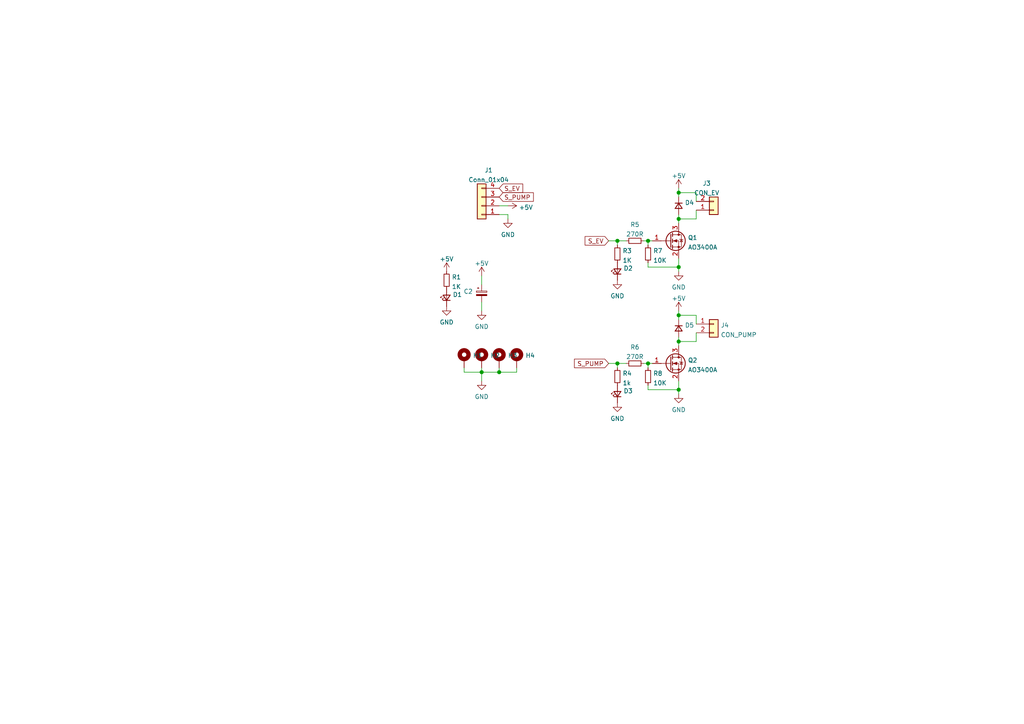
<source format=kicad_sch>
(kicad_sch (version 20231120) (generator "eeschema") (generator_version "8.0")
  (paper "A4")
  (lib_symbols
    (symbol "Connector_Generic:Conn_01x02" (pin_names (offset 1.016) hide)
      (property "Reference" "J" (at 0 2.54 0))
      (property "Value" "Conn_01x02" (at 0 -5.08 0))
      (symbol "Conn_01x02_1_1"
        (rectangle (start -1.27 -2.413) (end 0 -2.667) (stroke (width 0.1524)))
        (rectangle (start -1.27 0.127) (end 0 -0.127) (stroke (width 0.1524)))
        (rectangle (start -1.27 1.27) (end 1.27 -3.81) (stroke (width 0.254)) (fill (type background)))
        (pin passive line (at -5.08 0 0) (length 3.81) (name "Pin_1") (number "1"))
        (pin passive line (at -5.08 -2.54 0) (length 3.81) (name "Pin_2") (number "2"))
      )
    )
    (symbol "Connector_Generic:Conn_01x04" (pin_names (offset 1.016) hide)
      (property "Reference" "J" (at 0 5.08 0))
      (property "Value" "Conn_01x04" (at 0 -7.62 0))
      (symbol "Conn_01x04_1_1"
        (rectangle (start -1.27 -4.953) (end 0 -5.207) (stroke (width 0.1524)))
        (rectangle (start -1.27 -2.413) (end 0 -2.667) (stroke (width 0.1524)))
        (rectangle (start -1.27 0.127) (end 0 -0.127) (stroke (width 0.1524)))
        (rectangle (start -1.27 2.667) (end 0 2.413) (stroke (width 0.1524)))
        (rectangle (start -1.27 3.81) (end 1.27 -6.35) (stroke (width 0.254)) (fill (type background)))
        (pin passive line (at -5.08 2.54 0) (length 3.81) (name "Pin_1") (number "1"))
        (pin passive line (at -5.08 0 0) (length 3.81) (name "Pin_2") (number "2"))
        (pin passive line (at -5.08 -2.54 0) (length 3.81) (name "Pin_3") (number "3"))
        (pin passive line (at -5.08 -5.08 0) (length 3.81) (name "Pin_4") (number "4"))
      )
    )
    (symbol "Device:C_Polarized_Small" (pin_numbers hide) (pin_names (offset 0.254) hide)
      (property "Reference" "C" (at 0.254 1.778 0))
      (property "Value" "C_Polarized_Small" (at 0.254 -2.032 0))
      (symbol "C_Polarized_Small_0_1"
        (rectangle (start -1.524 -0.3048) (end 1.524 -0.6858) (fill (type outline)))
        (rectangle (start -1.524 0.6858) (end 1.524 0.3048))
        (polyline (pts (xy -1.27 1.524) (xy -0.762 1.524)))
        (polyline (pts (xy -1.016 1.27) (xy -1.016 1.778)))
      )
      (symbol "C_Polarized_Small_1_1"
        (pin passive line (at 0 2.54 270) (length 1.8542) (name "~") (number "1"))
        (pin passive line (at 0 -2.54 90) (length 1.8542) (name "~") (number "2"))
      )
    )
    (symbol "Device:D_Small" (pin_numbers hide) (pin_names (offset 0.254) hide)
      (property "Reference" "D" (at -1.27 2.032 0))
      (property "Value" "D_Small" (at -3.81 -2.032 0))
      (symbol "D_Small_0_1"
        (polyline (pts (xy -0.762 -1.016) (xy -0.762 1.016)) (stroke (width 0.254)))
        (polyline (pts (xy -0.762 0) (xy 0.762 0)))
        (polyline (pts (xy 0.762 -1.016) (xy -0.762 0) (xy 0.762 1.016) (xy 0.762 -1.016)) (stroke (width 0.254)))
      )
      (symbol "D_Small_1_1"
        (pin passive line (at -2.54 0 0) (length 1.778) (name "K") (number "1"))
        (pin passive line (at 2.54 0 180) (length 1.778) (name "A") (number "2"))
      )
    )
    (symbol "Device:LED_Small" (pin_numbers hide) (pin_names (offset 0.254) hide)
      (property "Reference" "D" (at -1.27 3.175 0))
      (property "Value" "LED_Small" (at -4.445 -2.54 0))
      (symbol "LED_Small_0_1"
        (polyline (pts (xy -0.762 -1.016) (xy -0.762 1.016)) (stroke (width 0.254)))
        (polyline (pts (xy 1.016 0) (xy -0.762 0)))
        (polyline (pts (xy 0.762 -1.016) (xy -0.762 0) (xy 0.762 1.016) (xy 0.762 -1.016)) (stroke (width 0.254)))
        (polyline (pts (xy 0 0.762) (xy -0.508 1.27) (xy -0.254 1.27) (xy -0.508 1.27) (xy -0.508 1.016)))
        (polyline (pts (xy 0.508 1.27) (xy 0 1.778) (xy 0.254 1.778) (xy 0 1.778) (xy 0 1.524)))
      )
      (symbol "LED_Small_1_1"
        (pin passive line (at -2.54 0 0) (length 1.778) (name "K") (number "1"))
        (pin passive line (at 2.54 0 180) (length 1.778) (name "A") (number "2"))
      )
    )
    (symbol "Device:R_Small" (pin_numbers hide) (pin_names (offset 0.254) hide)
      (property "Reference" "R" (at 0.762 0.508 0))
      (property "Value" "R_Small" (at 0.762 -1.016 0))
      (symbol "R_Small_0_1"
        (rectangle (start -0.762 1.778) (end 0.762 -1.778) (stroke (width 0.2032)))
      )
      (symbol "R_Small_1_1"
        (pin passive line (at 0 2.54 270) (length 0.762) (name "~") (number "1"))
        (pin passive line (at 0 -2.54 90) (length 0.762) (name "~") (number "2"))
      )
    )
    (symbol "Mechanical:MountingHole_Pad" (pin_numbers hide) (pin_names (offset 1.016) hide)
      (property "Reference" "H" (at 0 6.35 0))
      (property "Value" "MountingHole_Pad" (at 0 4.445 0))
      (symbol "MountingHole_Pad_0_1"
        (circle (center 0 1.27) (radius 1.27) (stroke (width 1.27)))
      )
      (symbol "MountingHole_Pad_1_1"
        (pin input line (at 0 -2.54 90) (length 2.54) (name "1") (number "1"))
      )
    )
    (symbol "Transistor_FET:AO3400A" (pin_names hide)
      (property "Reference" "Q" (at 5.08 1.905 0))
      (property "Value" "AO3400A" (at 5.08 0 0))
      (symbol "AO3400A_0_1"
        (polyline (pts (xy 0.254 0) (xy -2.54 0)))
        (polyline (pts (xy 0.254 1.905) (xy 0.254 -1.905)) (stroke (width 0.254)))
        (polyline (pts (xy 0.762 -1.27) (xy 0.762 -2.286)) (stroke (width 0.254)))
        (polyline (pts (xy 0.762 0.508) (xy 0.762 -0.508)) (stroke (width 0.254)))
        (polyline (pts (xy 0.762 2.286) (xy 0.762 1.27)) (stroke (width 0.254)))
        (polyline (pts (xy 2.54 2.54) (xy 2.54 1.778)))
        (polyline (pts (xy 2.54 -2.54) (xy 2.54 0) (xy 0.762 0)))
        (polyline (pts (xy 0.762 -1.778) (xy 3.302 -1.778) (xy 3.302 1.778) (xy 0.762 1.778)))
        (polyline (pts (xy 1.016 0) (xy 2.032 0.381) (xy 2.032 -0.381) (xy 1.016 0)) (fill (type outline)))
        (polyline (pts (xy 2.794 0.508) (xy 2.921 0.381) (xy 3.683 0.381) (xy 3.81 0.254)))
        (polyline (pts (xy 3.302 0.381) (xy 2.921 -0.254) (xy 3.683 -0.254) (xy 3.302 0.381)))
        (circle (center 1.651 0) (radius 2.794) (stroke (width 0.254)))
        (circle (center 2.54 -1.778) (radius 0.254) (fill (type outline)))
        (circle (center 2.54 1.778) (radius 0.254) (fill (type outline)))
      )
      (symbol "AO3400A_1_1"
        (pin input line (at -5.08 0 0) (length 2.54) (name "G") (number "1"))
        (pin passive line (at 2.54 -5.08 90) (length 2.54) (name "S") (number "2"))
        (pin passive line (at 2.54 5.08 270) (length 2.54) (name "D") (number "3"))
      )
    )
    (symbol "power:+5V" (power) (pin_names (offset 0))
      (property "Value" "+5V" (at 0 3.556 0))
      (symbol "+5V_0_1"
        (polyline (pts (xy -0.762 1.27) (xy 0 2.54)))
        (polyline (pts (xy 0 0) (xy 0 2.54)))
        (polyline (pts (xy 0 2.54) (xy 0.762 1.27)))
      )
      (symbol "+5V_1_1"
        (pin power_in line (at 0 0 90) (length 0) hide (name "+5V") (number "1"))
      )
    )
    (symbol "power:GND" (power) (pin_names (offset 0))
      (property "Value" "GND" (at 0 -3.81 0))
      (symbol "GND_0_1"
        (polyline (pts (xy 0 0) (xy 0 -1.27) (xy 1.27 -1.27) (xy 0 -2.54) (xy -1.27 -1.27) (xy 0 -1.27)))
      )
      (symbol "GND_1_1"
        (pin power_in line (at 0 0 270) (length 0) hide (name "GND") (number "1"))
      )
    )
  )
  (junction (at 139.7 107.95) (diameter 1.016))
  (junction (at 196.85 113.03) (diameter 1.016))
  (junction (at 187.96 69.85) (diameter 1.016))
  (junction (at 196.85 99.06) (diameter 1.016))
  (junction (at 187.96 105.41) (diameter 1.016))
  (junction (at 196.85 77.47) (diameter 1.016))
  (junction (at 196.85 55.88) (diameter 1.016))
  (junction (at 144.78 107.95) (diameter 1.016))
  (junction (at 179.07 105.41) (diameter 1.016))
  (junction (at 196.85 63.5) (diameter 1.016))
  (junction (at 196.85 91.44) (diameter 1.016))
  (junction (at 179.07 69.85) (diameter 1.016))
  (wire (pts (xy 201.93 91.44) (xy 196.85 91.44)))
  (wire (pts (xy 201.93 93.98) (xy 201.93 91.44)))
  (wire (pts (xy 179.07 69.85) (xy 179.07 71.12)))
  (wire (pts (xy 187.96 105.41) (xy 187.96 106.68)))
  (wire (pts (xy 134.62 106.68) (xy 134.62 107.95)))
  (wire (pts (xy 134.62 107.95) (xy 139.7 107.95)))
  (wire (pts (xy 201.93 55.88) (xy 196.85 55.88)))
  (wire (pts (xy 187.96 111.76) (xy 187.96 113.03)))
  (wire (pts (xy 187.96 113.03) (xy 196.85 113.03)))
  (wire (pts (xy 179.07 105.41) (xy 179.07 106.68)))
  (wire (pts (xy 196.85 90.17) (xy 196.85 91.44)))
  (wire (pts (xy 196.85 91.44) (xy 196.85 92.71)))
  (wire (pts (xy 147.32 62.23) (xy 144.78 62.23)))
  (wire (pts (xy 147.32 63.5) (xy 147.32 62.23)))
  (wire (pts (xy 196.85 63.5) (xy 196.85 64.77)))
  (wire (pts (xy 196.85 97.79) (xy 196.85 99.06)))
  (wire (pts (xy 196.85 99.06) (xy 196.85 100.33)))
  (wire (pts (xy 144.78 59.69) (xy 147.32 59.69)))
  (wire (pts (xy 144.78 106.68) (xy 144.78 107.95)))
  (wire (pts (xy 144.78 107.95) (xy 139.7 107.95)))
  (wire (pts (xy 196.85 55.88) (xy 196.85 57.15)))
  (wire (pts (xy 201.93 60.96) (xy 201.93 63.5)))
  (wire (pts (xy 201.93 96.52) (xy 201.93 99.06)))
  (wire (pts (xy 201.93 99.06) (xy 196.85 99.06)))
  (wire (pts (xy 139.7 80.01) (xy 139.7 82.55)))
  (wire (pts (xy 201.93 58.42) (xy 201.93 55.88)))
  (wire (pts (xy 176.53 69.85) (xy 179.07 69.85)))
  (wire (pts (xy 179.07 69.85) (xy 181.61 69.85)))
  (wire (pts (xy 186.69 105.41) (xy 187.96 105.41)))
  (wire (pts (xy 187.96 105.41) (xy 189.23 105.41)))
  (wire (pts (xy 201.93 63.5) (xy 196.85 63.5)))
  (wire (pts (xy 139.7 87.63) (xy 139.7 90.17)))
  (wire (pts (xy 139.7 106.68) (xy 139.7 107.95)))
  (wire (pts (xy 139.7 107.95) (xy 139.7 110.49)))
  (wire (pts (xy 196.85 110.49) (xy 196.85 113.03)))
  (wire (pts (xy 196.85 113.03) (xy 196.85 114.3)))
  (wire (pts (xy 144.78 107.95) (xy 149.86 107.95)))
  (wire (pts (xy 149.86 107.95) (xy 149.86 106.68)))
  (wire (pts (xy 176.53 105.41) (xy 179.07 105.41)))
  (wire (pts (xy 179.07 105.41) (xy 181.61 105.41)))
  (wire (pts (xy 196.85 74.93) (xy 196.85 77.47)))
  (wire (pts (xy 196.85 77.47) (xy 196.85 78.74)))
  (wire (pts (xy 196.85 62.23) (xy 196.85 63.5)))
  (wire (pts (xy 186.69 69.85) (xy 187.96 69.85)))
  (wire (pts (xy 187.96 69.85) (xy 189.23 69.85)))
  (wire (pts (xy 187.96 76.2) (xy 187.96 77.47)))
  (wire (pts (xy 187.96 77.47) (xy 196.85 77.47)))
  (wire (pts (xy 187.96 69.85) (xy 187.96 71.12)))
  (wire (pts (xy 196.85 54.61) (xy 196.85 55.88)))
  (global_label "S_PUMP" (shape input) (at 144.78 57.15 0) (property "Intersheetrefs" "${INTERSHEET_REFS}" (effects (hide yes))))
  (global_label "S_PUMP" (shape input) (at 176.53 105.41 180) (property "Intersheetrefs" "${INTERSHEET_REFS}" (effects (hide yes))))
  (global_label "S_EV" (shape input) (at 176.53 69.85 180) (property "Intersheetrefs" "${INTERSHEET_REFS}" (effects (hide yes))))
  (global_label "S_EV" (shape input) (at 144.78 54.61 0) (property "Intersheetrefs" "${INTERSHEET_REFS}" (effects (hide yes))))
  (symbol (lib_id "Device:R_Small") (at 179.07 109.22 0) (unit 1)
    (property "Reference" "R4" (at 180.5687 108.3115 0) (effects (justify left)))
    (property "Value" "1k" (at 180.5687 111.0866 0) (effects (justify left)))
    (property "Footprint" "Resistor_SMD:R_1206_3216Metric_Pad1.30x1.75mm_HandSolder" (effects (hide yes)))
  )
  (symbol (lib_id "power:GND") (at 196.85 78.74 0) (unit 1)
    (property "Reference" "#PWR0104" (effects (hide yes)))
    (property "Value" "GND" (at 196.85 83.3026 0))
  )
  (symbol (lib_id "Device:LED_Small") (at 129.54 86.36 90) (unit 1)
    (property "Reference" "D1" (at 131.3181 85.4515 90) (effects (justify right)))
    (property "Value" "LED_Small" (effects (hide yes)))
    (property "Footprint" "LED_SMD:LED_1206_3216Metric_Pad1.42x1.75mm_HandSolder" (effects (hide yes)))
  )
  (symbol (lib_id "Device:R_Small") (at 129.54 81.28 0) (unit 1)
    (property "Reference" "R1" (at 131.0387 80.3715 0) (effects (justify left)))
    (property "Value" "1K" (at 131.0387 83.1466 0) (effects (justify left)))
    (property "Footprint" "Resistor_SMD:R_1206_3216Metric_Pad1.30x1.75mm_HandSolder" (effects (hide yes)))
  )
  (symbol (lib_id "power:GND") (at 147.32 63.5 0) (unit 1)
    (property "Reference" "#PWR0108" (effects (hide yes)))
    (property "Value" "GND" (at 147.32 68.0626 0))
  )
  (symbol (lib_id "Connector_Generic:Conn_01x02") (at 207.01 93.98 0) (unit 1)
    (property "Reference" "J4" (at 209.0421 94.3415 0) (effects (justify left)))
    (property "Value" "CON_PUMP" (at 209.0421 97.1166 0) (effects (justify left)))
    (property "Footprint" "BarbaLib:motor-pump-370" (effects (hide yes)))
  )
  (symbol (lib_id "Device:C_Polarized_Small") (at 139.7 85.09 0) (unit 1)
    (property "Reference" "C2" (at 137.16 84.5438 0) (effects (justify right)))
    (property "Value" "C_Polarized_Small" (effects (hide yes)))
    (property "Footprint" "Capacitor_THT:CP_Radial_D10.0mm_P5.00mm" (effects (hide yes)))
  )
  (symbol (lib_id "Mechanical:MountingHole_Pad") (at 144.78 104.14 0) (unit 1)
    (property "Reference" "H3" (at 147.3201 103.1045 0) (effects (justify left)))
    (property "Value" "MountingHole_Pad" (effects (hide yes)))
    (property "Footprint" "MountingHole:MountingHole_3.2mm_M3_Pad_Via" (effects (hide yes)))
  )
  (symbol (lib_id "Device:R_Small") (at 184.15 105.41 90) (unit 1)
    (property "Reference" "R6" (at 184.15 100.7068 90))
    (property "Value" "270R" (at 184.15 103.4819 90))
    (property "Footprint" "Resistor_SMD:R_1206_3216Metric_Pad1.30x1.75mm_HandSolder" (effects (hide yes)))
  )
  (symbol (lib_id "Connector_Generic:Conn_01x02") (at 207.01 60.96 0) (mirror x) (unit 1)
    (property "Reference" "J3" (at 204.978 53.1834 0))
    (property "Value" "CON_EV" (at 204.978 55.9585 0))
    (property "Footprint" "BarbaLib:MiniEV" (effects (hide yes)))
  )
  (symbol (lib_id "power:GND") (at 129.54 88.9 0) (unit 1)
    (property "Reference" "#PWR0112" (effects (hide yes)))
    (property "Value" "GND" (at 129.54 93.4626 0))
  )
  (symbol (lib_id "Connector_Generic:Conn_01x04") (at 139.7 59.69 180) (unit 1)
    (property "Reference" "J1" (at 141.732 49.3734 0))
    (property "Value" "Conn_01x04" (at 141.732 52.1485 0))
    (property "Footprint" "Connector_PinHeader_2.54mm:PinHeader_1x04_P2.54mm_Vertical" (effects (hide yes)))
  )
  (symbol (lib_id "Device:R_Small") (at 184.15 69.85 270) (unit 1)
    (property "Reference" "R5" (at 184.15 65.1468 90))
    (property "Value" "270R" (at 184.15 67.9219 90))
    (property "Footprint" "Resistor_SMD:R_1206_3216Metric_Pad1.30x1.75mm_HandSolder" (effects (hide yes)))
  )
  (symbol (lib_id "power:+5V") (at 139.7 80.01 0) (unit 1)
    (property "Reference" "#PWR0111" (effects (hide yes)))
    (property "Value" "+5V" (at 139.7 76.4054 0))
  )
  (symbol (lib_id "power:GND") (at 179.07 116.84 0) (unit 1)
    (property "Reference" "#PWR0101" (effects (hide yes)))
    (property "Value" "GND" (at 179.07 121.4026 0))
  )
  (symbol (lib_id "power:GND") (at 139.7 90.17 0) (unit 1)
    (property "Reference" "#PWR0109" (effects (hide yes)))
    (property "Value" "GND" (at 139.7 94.7326 0))
  )
  (symbol (lib_id "Mechanical:MountingHole_Pad") (at 139.7 104.14 0) (unit 1)
    (property "Reference" "H2" (at 142.2401 103.1045 0) (effects (justify left)))
    (property "Value" "MountingHole_Pad" (effects (hide yes)))
    (property "Footprint" "MountingHole:MountingHole_3.2mm_M3_Pad_Via" (effects (hide yes)))
  )
  (symbol (lib_id "power:GND") (at 139.7 110.49 0) (unit 1)
    (property "Reference" "#PWR0115" (effects (hide yes)))
    (property "Value" "GND" (at 139.7 115.0526 0))
  )
  (symbol (lib_id "Device:R_Small") (at 187.96 73.66 0) (unit 1)
    (property "Reference" "R7" (at 189.4587 72.7515 0) (effects (justify left)))
    (property "Value" "10K" (at 189.4587 75.5266 0) (effects (justify left)))
    (property "Footprint" "Resistor_SMD:R_1206_3216Metric_Pad1.30x1.75mm_HandSolder" (effects (hide yes)))
  )
  (symbol (lib_id "power:+5V") (at 147.32 59.69 270) (unit 1)
    (property "Reference" "#PWR0107" (effects (hide yes)))
    (property "Value" "+5V" (at 150.4951 60.169 90) (effects (justify left)))
  )
  (symbol (lib_id "Device:D_Small") (at 196.85 59.69 270) (unit 1)
    (property "Reference" "D4" (at 198.6281 58.7815 90) (effects (justify left)))
    (property "Value" "D_Small" (effects (hide yes)))
    (property "Footprint" "Diode_SMD:D_SMA_Handsoldering" (effects (hide yes)))
  )
  (symbol (lib_id "Device:LED_Small") (at 179.07 78.74 90) (unit 1)
    (property "Reference" "D2" (at 180.8481 77.8315 90) (effects (justify right)))
    (property "Value" "LED_Small" (effects (hide yes)))
    (property "Footprint" "LED_SMD:LED_1206_3216Metric_Pad1.42x1.75mm_HandSolder" (effects (hide yes)))
  )
  (symbol (lib_id "Mechanical:MountingHole_Pad") (at 149.86 104.14 0) (unit 1)
    (property "Reference" "H4" (at 152.4001 103.1045 0) (effects (justify left)))
    (property "Value" "MountingHole_Pad" (effects (hide yes)))
    (property "Footprint" "MountingHole:MountingHole_3.2mm_M3_Pad_Via" (effects (hide yes)))
  )
  (symbol (lib_id "power:GND") (at 196.85 114.3 0) (unit 1)
    (property "Reference" "#PWR0103" (effects (hide yes)))
    (property "Value" "GND" (at 196.85 118.8626 0))
  )
  (symbol (lib_id "power:GND") (at 179.07 81.28 0) (unit 1)
    (property "Reference" "#PWR0102" (effects (hide yes)))
    (property "Value" "GND" (at 179.07 85.8426 0))
  )
  (symbol (lib_id "Device:R_Small") (at 187.96 109.22 0) (unit 1)
    (property "Reference" "R8" (at 189.4587 108.3115 0) (effects (justify left)))
    (property "Value" "10K" (at 189.4587 111.0866 0) (effects (justify left)))
    (property "Footprint" "Resistor_SMD:R_1206_3216Metric_Pad1.30x1.75mm_HandSolder" (effects (hide yes)))
  )
  (symbol (lib_id "power:+5V") (at 129.54 78.74 0) (unit 1)
    (property "Reference" "#PWR0113" (effects (hide yes)))
    (property "Value" "+5V" (at 129.54 75.1354 0))
  )
  (symbol (lib_id "Transistor_FET:AO3400A") (at 194.31 105.41 0) (unit 1)
    (property "Reference" "Q2" (at 199.5171 104.5015 0) (effects (justify left)))
    (property "Value" "AO3400A" (at 199.5171 107.2766 0) (effects (justify left)))
    (property "Footprint" "Package_TO_SOT_SMD:SOT-23" (effects (hide yes)))
    (property "Datasheet" "http://www.aosmd.com/pdfs/datasheet/AO3400A.pdf" (effects (hide yes)))
  )
  (symbol (lib_id "Mechanical:MountingHole_Pad") (at 134.62 104.14 0) (unit 1)
    (property "Reference" "H1" (at 137.1601 103.1045 0) (effects (justify left)))
    (property "Value" "MountingHole_Pad" (effects (hide yes)))
    (property "Footprint" "MountingHole:MountingHole_3.2mm_M3_Pad_Via" (effects (hide yes)))
  )
  (symbol (lib_id "Device:D_Small") (at 196.85 95.25 270) (unit 1)
    (property "Reference" "D5" (at 198.6281 94.3415 90) (effects (justify left)))
    (property "Value" "D_Small" (effects (hide yes)))
    (property "Footprint" "Diode_SMD:D_SMA_Handsoldering" (effects (hide yes)))
  )
  (symbol (lib_id "power:+5V") (at 196.85 54.61 0) (unit 1)
    (property "Reference" "#PWR0106" (effects (hide yes)))
    (property "Value" "+5V" (at 196.85 51.0054 0))
  )
  (symbol (lib_id "Device:LED_Small") (at 179.07 114.3 90) (unit 1)
    (property "Reference" "D3" (at 180.8481 113.3915 90) (effects (justify right)))
    (property "Value" "LED_Small" (effects (hide yes)))
    (property "Footprint" "LED_SMD:LED_1206_3216Metric_Pad1.42x1.75mm_HandSolder" (effects (hide yes)))
  )
  (symbol (lib_id "Transistor_FET:AO3400A") (at 194.31 69.85 0) (unit 1)
    (property "Reference" "Q1" (at 199.5171 68.9415 0) (effects (justify left)))
    (property "Value" "AO3400A" (at 199.5171 71.7166 0) (effects (justify left)))
    (property "Footprint" "Package_TO_SOT_SMD:SOT-23" (effects (hide yes)))
    (property "Datasheet" "http://www.aosmd.com/pdfs/datasheet/AO3400A.pdf" (effects (hide yes)))
  )
  (symbol (lib_id "Device:R_Small") (at 179.07 73.66 0) (unit 1)
    (property "Reference" "R3" (at 180.5687 72.7515 0) (effects (justify left)))
    (property "Value" "1K" (at 180.5687 75.5266 0) (effects (justify left)))
    (property "Footprint" "Resistor_SMD:R_1206_3216Metric_Pad1.30x1.75mm_HandSolder" (effects (hide yes)))
  )
  (symbol (lib_id "power:+5V") (at 196.85 90.17 0) (unit 1)
    (property "Reference" "#PWR0105" (effects (hide yes)))
    (property "Value" "+5V" (at 196.85 86.5654 0))
  )
)
</source>
